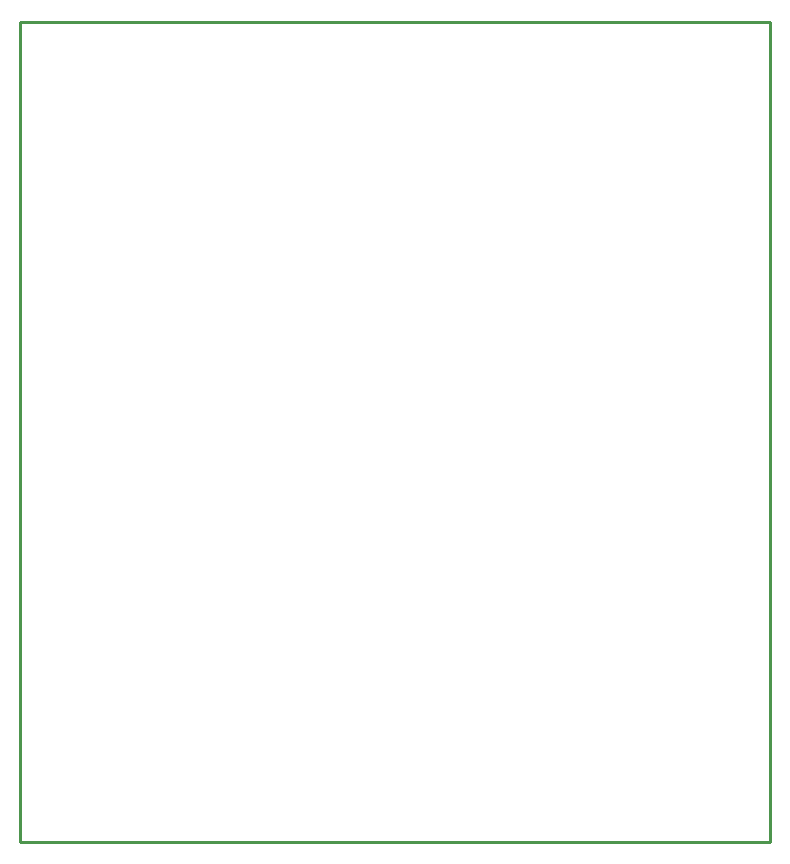
<source format=gbo>
G04 Layer_Color=32896*
%FSLAX25Y25*%
%MOIN*%
G70*
G01*
G75*
%ADD20C,0.01000*%
D20*
X100Y100D02*
Y273200D01*
Y100D02*
X200Y0D01*
X250000D01*
X100Y273200D02*
X250000D01*
Y0D02*
Y273200D01*
M02*

</source>
